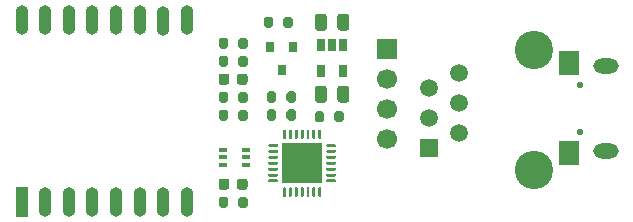
<source format=gts>
G04 #@! TF.GenerationSoftware,KiCad,Pcbnew,(5.1.9-0-10_14)*
G04 #@! TF.CreationDate,2021-05-18T17:10:00+02:00*
G04 #@! TF.ProjectId,P1_wifi,50315f77-6966-4692-9e6b-696361645f70,rev?*
G04 #@! TF.SameCoordinates,Original*
G04 #@! TF.FileFunction,Soldermask,Top*
G04 #@! TF.FilePolarity,Negative*
%FSLAX46Y46*%
G04 Gerber Fmt 4.6, Leading zero omitted, Abs format (unit mm)*
G04 Created by KiCad (PCBNEW (5.1.9-0-10_14)) date 2021-05-18 17:10:00*
%MOMM*%
%LPD*%
G01*
G04 APERTURE LIST*
%ADD10R,3.350000X3.350000*%
%ADD11C,1.700000*%
%ADD12R,1.700000X1.700000*%
%ADD13O,1.100000X2.500000*%
%ADD14R,1.100000X2.500000*%
%ADD15R,0.650000X1.060000*%
%ADD16R,0.650000X0.400000*%
%ADD17R,0.800000X0.900000*%
%ADD18R,1.800000X2.000000*%
%ADD19O,2.150000X1.300000*%
%ADD20C,0.550000*%
%ADD21R,1.520000X1.520000*%
%ADD22C,3.250000*%
%ADD23C,1.520000*%
G04 APERTURE END LIST*
D10*
X32512000Y5334000D03*
G36*
G01*
X34137000Y3221500D02*
X34137000Y2546500D01*
G75*
G02*
X34074500Y2484000I-62500J0D01*
G01*
X33949500Y2484000D01*
G75*
G02*
X33887000Y2546500I0J62500D01*
G01*
X33887000Y3221500D01*
G75*
G02*
X33949500Y3284000I62500J0D01*
G01*
X34074500Y3284000D01*
G75*
G02*
X34137000Y3221500I0J-62500D01*
G01*
G37*
G36*
G01*
X33637000Y3221500D02*
X33637000Y2546500D01*
G75*
G02*
X33574500Y2484000I-62500J0D01*
G01*
X33449500Y2484000D01*
G75*
G02*
X33387000Y2546500I0J62500D01*
G01*
X33387000Y3221500D01*
G75*
G02*
X33449500Y3284000I62500J0D01*
G01*
X33574500Y3284000D01*
G75*
G02*
X33637000Y3221500I0J-62500D01*
G01*
G37*
G36*
G01*
X33137000Y3221500D02*
X33137000Y2546500D01*
G75*
G02*
X33074500Y2484000I-62500J0D01*
G01*
X32949500Y2484000D01*
G75*
G02*
X32887000Y2546500I0J62500D01*
G01*
X32887000Y3221500D01*
G75*
G02*
X32949500Y3284000I62500J0D01*
G01*
X33074500Y3284000D01*
G75*
G02*
X33137000Y3221500I0J-62500D01*
G01*
G37*
G36*
G01*
X32637000Y3221500D02*
X32637000Y2546500D01*
G75*
G02*
X32574500Y2484000I-62500J0D01*
G01*
X32449500Y2484000D01*
G75*
G02*
X32387000Y2546500I0J62500D01*
G01*
X32387000Y3221500D01*
G75*
G02*
X32449500Y3284000I62500J0D01*
G01*
X32574500Y3284000D01*
G75*
G02*
X32637000Y3221500I0J-62500D01*
G01*
G37*
G36*
G01*
X32137000Y3221500D02*
X32137000Y2546500D01*
G75*
G02*
X32074500Y2484000I-62500J0D01*
G01*
X31949500Y2484000D01*
G75*
G02*
X31887000Y2546500I0J62500D01*
G01*
X31887000Y3221500D01*
G75*
G02*
X31949500Y3284000I62500J0D01*
G01*
X32074500Y3284000D01*
G75*
G02*
X32137000Y3221500I0J-62500D01*
G01*
G37*
G36*
G01*
X31637000Y3221500D02*
X31637000Y2546500D01*
G75*
G02*
X31574500Y2484000I-62500J0D01*
G01*
X31449500Y2484000D01*
G75*
G02*
X31387000Y2546500I0J62500D01*
G01*
X31387000Y3221500D01*
G75*
G02*
X31449500Y3284000I62500J0D01*
G01*
X31574500Y3284000D01*
G75*
G02*
X31637000Y3221500I0J-62500D01*
G01*
G37*
G36*
G01*
X31137000Y3221500D02*
X31137000Y2546500D01*
G75*
G02*
X31074500Y2484000I-62500J0D01*
G01*
X30949500Y2484000D01*
G75*
G02*
X30887000Y2546500I0J62500D01*
G01*
X30887000Y3221500D01*
G75*
G02*
X30949500Y3284000I62500J0D01*
G01*
X31074500Y3284000D01*
G75*
G02*
X31137000Y3221500I0J-62500D01*
G01*
G37*
G36*
G01*
X30462000Y3896500D02*
X30462000Y3771500D01*
G75*
G02*
X30399500Y3709000I-62500J0D01*
G01*
X29724500Y3709000D01*
G75*
G02*
X29662000Y3771500I0J62500D01*
G01*
X29662000Y3896500D01*
G75*
G02*
X29724500Y3959000I62500J0D01*
G01*
X30399500Y3959000D01*
G75*
G02*
X30462000Y3896500I0J-62500D01*
G01*
G37*
G36*
G01*
X30462000Y4396500D02*
X30462000Y4271500D01*
G75*
G02*
X30399500Y4209000I-62500J0D01*
G01*
X29724500Y4209000D01*
G75*
G02*
X29662000Y4271500I0J62500D01*
G01*
X29662000Y4396500D01*
G75*
G02*
X29724500Y4459000I62500J0D01*
G01*
X30399500Y4459000D01*
G75*
G02*
X30462000Y4396500I0J-62500D01*
G01*
G37*
G36*
G01*
X30462000Y4896500D02*
X30462000Y4771500D01*
G75*
G02*
X30399500Y4709000I-62500J0D01*
G01*
X29724500Y4709000D01*
G75*
G02*
X29662000Y4771500I0J62500D01*
G01*
X29662000Y4896500D01*
G75*
G02*
X29724500Y4959000I62500J0D01*
G01*
X30399500Y4959000D01*
G75*
G02*
X30462000Y4896500I0J-62500D01*
G01*
G37*
G36*
G01*
X30462000Y5396500D02*
X30462000Y5271500D01*
G75*
G02*
X30399500Y5209000I-62500J0D01*
G01*
X29724500Y5209000D01*
G75*
G02*
X29662000Y5271500I0J62500D01*
G01*
X29662000Y5396500D01*
G75*
G02*
X29724500Y5459000I62500J0D01*
G01*
X30399500Y5459000D01*
G75*
G02*
X30462000Y5396500I0J-62500D01*
G01*
G37*
G36*
G01*
X30462000Y5896500D02*
X30462000Y5771500D01*
G75*
G02*
X30399500Y5709000I-62500J0D01*
G01*
X29724500Y5709000D01*
G75*
G02*
X29662000Y5771500I0J62500D01*
G01*
X29662000Y5896500D01*
G75*
G02*
X29724500Y5959000I62500J0D01*
G01*
X30399500Y5959000D01*
G75*
G02*
X30462000Y5896500I0J-62500D01*
G01*
G37*
G36*
G01*
X30462000Y6396500D02*
X30462000Y6271500D01*
G75*
G02*
X30399500Y6209000I-62500J0D01*
G01*
X29724500Y6209000D01*
G75*
G02*
X29662000Y6271500I0J62500D01*
G01*
X29662000Y6396500D01*
G75*
G02*
X29724500Y6459000I62500J0D01*
G01*
X30399500Y6459000D01*
G75*
G02*
X30462000Y6396500I0J-62500D01*
G01*
G37*
G36*
G01*
X30462000Y6896500D02*
X30462000Y6771500D01*
G75*
G02*
X30399500Y6709000I-62500J0D01*
G01*
X29724500Y6709000D01*
G75*
G02*
X29662000Y6771500I0J62500D01*
G01*
X29662000Y6896500D01*
G75*
G02*
X29724500Y6959000I62500J0D01*
G01*
X30399500Y6959000D01*
G75*
G02*
X30462000Y6896500I0J-62500D01*
G01*
G37*
G36*
G01*
X31137000Y8121500D02*
X31137000Y7446500D01*
G75*
G02*
X31074500Y7384000I-62500J0D01*
G01*
X30949500Y7384000D01*
G75*
G02*
X30887000Y7446500I0J62500D01*
G01*
X30887000Y8121500D01*
G75*
G02*
X30949500Y8184000I62500J0D01*
G01*
X31074500Y8184000D01*
G75*
G02*
X31137000Y8121500I0J-62500D01*
G01*
G37*
G36*
G01*
X31637000Y8121500D02*
X31637000Y7446500D01*
G75*
G02*
X31574500Y7384000I-62500J0D01*
G01*
X31449500Y7384000D01*
G75*
G02*
X31387000Y7446500I0J62500D01*
G01*
X31387000Y8121500D01*
G75*
G02*
X31449500Y8184000I62500J0D01*
G01*
X31574500Y8184000D01*
G75*
G02*
X31637000Y8121500I0J-62500D01*
G01*
G37*
G36*
G01*
X32137000Y8121500D02*
X32137000Y7446500D01*
G75*
G02*
X32074500Y7384000I-62500J0D01*
G01*
X31949500Y7384000D01*
G75*
G02*
X31887000Y7446500I0J62500D01*
G01*
X31887000Y8121500D01*
G75*
G02*
X31949500Y8184000I62500J0D01*
G01*
X32074500Y8184000D01*
G75*
G02*
X32137000Y8121500I0J-62500D01*
G01*
G37*
G36*
G01*
X32637000Y8121500D02*
X32637000Y7446500D01*
G75*
G02*
X32574500Y7384000I-62500J0D01*
G01*
X32449500Y7384000D01*
G75*
G02*
X32387000Y7446500I0J62500D01*
G01*
X32387000Y8121500D01*
G75*
G02*
X32449500Y8184000I62500J0D01*
G01*
X32574500Y8184000D01*
G75*
G02*
X32637000Y8121500I0J-62500D01*
G01*
G37*
G36*
G01*
X33137000Y8121500D02*
X33137000Y7446500D01*
G75*
G02*
X33074500Y7384000I-62500J0D01*
G01*
X32949500Y7384000D01*
G75*
G02*
X32887000Y7446500I0J62500D01*
G01*
X32887000Y8121500D01*
G75*
G02*
X32949500Y8184000I62500J0D01*
G01*
X33074500Y8184000D01*
G75*
G02*
X33137000Y8121500I0J-62500D01*
G01*
G37*
G36*
G01*
X33637000Y8121500D02*
X33637000Y7446500D01*
G75*
G02*
X33574500Y7384000I-62500J0D01*
G01*
X33449500Y7384000D01*
G75*
G02*
X33387000Y7446500I0J62500D01*
G01*
X33387000Y8121500D01*
G75*
G02*
X33449500Y8184000I62500J0D01*
G01*
X33574500Y8184000D01*
G75*
G02*
X33637000Y8121500I0J-62500D01*
G01*
G37*
G36*
G01*
X34137000Y8121500D02*
X34137000Y7446500D01*
G75*
G02*
X34074500Y7384000I-62500J0D01*
G01*
X33949500Y7384000D01*
G75*
G02*
X33887000Y7446500I0J62500D01*
G01*
X33887000Y8121500D01*
G75*
G02*
X33949500Y8184000I62500J0D01*
G01*
X34074500Y8184000D01*
G75*
G02*
X34137000Y8121500I0J-62500D01*
G01*
G37*
G36*
G01*
X35362000Y6896500D02*
X35362000Y6771500D01*
G75*
G02*
X35299500Y6709000I-62500J0D01*
G01*
X34624500Y6709000D01*
G75*
G02*
X34562000Y6771500I0J62500D01*
G01*
X34562000Y6896500D01*
G75*
G02*
X34624500Y6959000I62500J0D01*
G01*
X35299500Y6959000D01*
G75*
G02*
X35362000Y6896500I0J-62500D01*
G01*
G37*
G36*
G01*
X35362000Y6396500D02*
X35362000Y6271500D01*
G75*
G02*
X35299500Y6209000I-62500J0D01*
G01*
X34624500Y6209000D01*
G75*
G02*
X34562000Y6271500I0J62500D01*
G01*
X34562000Y6396500D01*
G75*
G02*
X34624500Y6459000I62500J0D01*
G01*
X35299500Y6459000D01*
G75*
G02*
X35362000Y6396500I0J-62500D01*
G01*
G37*
G36*
G01*
X35362000Y5896500D02*
X35362000Y5771500D01*
G75*
G02*
X35299500Y5709000I-62500J0D01*
G01*
X34624500Y5709000D01*
G75*
G02*
X34562000Y5771500I0J62500D01*
G01*
X34562000Y5896500D01*
G75*
G02*
X34624500Y5959000I62500J0D01*
G01*
X35299500Y5959000D01*
G75*
G02*
X35362000Y5896500I0J-62500D01*
G01*
G37*
G36*
G01*
X35362000Y5396500D02*
X35362000Y5271500D01*
G75*
G02*
X35299500Y5209000I-62500J0D01*
G01*
X34624500Y5209000D01*
G75*
G02*
X34562000Y5271500I0J62500D01*
G01*
X34562000Y5396500D01*
G75*
G02*
X34624500Y5459000I62500J0D01*
G01*
X35299500Y5459000D01*
G75*
G02*
X35362000Y5396500I0J-62500D01*
G01*
G37*
G36*
G01*
X35362000Y4896500D02*
X35362000Y4771500D01*
G75*
G02*
X35299500Y4709000I-62500J0D01*
G01*
X34624500Y4709000D01*
G75*
G02*
X34562000Y4771500I0J62500D01*
G01*
X34562000Y4896500D01*
G75*
G02*
X34624500Y4959000I62500J0D01*
G01*
X35299500Y4959000D01*
G75*
G02*
X35362000Y4896500I0J-62500D01*
G01*
G37*
G36*
G01*
X35362000Y4396500D02*
X35362000Y4271500D01*
G75*
G02*
X35299500Y4209000I-62500J0D01*
G01*
X34624500Y4209000D01*
G75*
G02*
X34562000Y4271500I0J62500D01*
G01*
X34562000Y4396500D01*
G75*
G02*
X34624500Y4459000I62500J0D01*
G01*
X35299500Y4459000D01*
G75*
G02*
X35362000Y4396500I0J-62500D01*
G01*
G37*
G36*
G01*
X35362000Y3896500D02*
X35362000Y3771500D01*
G75*
G02*
X35299500Y3709000I-62500J0D01*
G01*
X34624500Y3709000D01*
G75*
G02*
X34562000Y3771500I0J62500D01*
G01*
X34562000Y3896500D01*
G75*
G02*
X34624500Y3959000I62500J0D01*
G01*
X35299500Y3959000D01*
G75*
G02*
X35362000Y3896500I0J-62500D01*
G01*
G37*
D11*
X39711500Y9937000D03*
X39711500Y12477000D03*
X39711500Y7397000D03*
D12*
X39711500Y15017000D03*
D13*
X8763000Y17494000D03*
X10763000Y17494000D03*
X12763000Y17494000D03*
X14763000Y17494000D03*
X16763000Y17494000D03*
X18763000Y17494000D03*
X20763000Y17394000D03*
X22763000Y17494000D03*
X22763000Y2094000D03*
X20763000Y2094000D03*
X18763000Y2094000D03*
X16763000Y2094000D03*
X14763000Y2094000D03*
X12763000Y2094000D03*
X10763000Y2094000D03*
D14*
X8763000Y2094000D03*
D15*
X36002000Y13124000D03*
X34102000Y13124000D03*
X34102000Y15324000D03*
X35052000Y15324000D03*
X36002000Y15324000D03*
G36*
G01*
X34602000Y11651000D02*
X34602000Y10701000D01*
G75*
G02*
X34352000Y10451000I-250000J0D01*
G01*
X33852000Y10451000D01*
G75*
G02*
X33602000Y10701000I0J250000D01*
G01*
X33602000Y11651000D01*
G75*
G02*
X33852000Y11901000I250000J0D01*
G01*
X34352000Y11901000D01*
G75*
G02*
X34602000Y11651000I0J-250000D01*
G01*
G37*
G36*
G01*
X36502000Y11651000D02*
X36502000Y10701000D01*
G75*
G02*
X36252000Y10451000I-250000J0D01*
G01*
X35752000Y10451000D01*
G75*
G02*
X35502000Y10701000I0J250000D01*
G01*
X35502000Y11651000D01*
G75*
G02*
X35752000Y11901000I250000J0D01*
G01*
X36252000Y11901000D01*
G75*
G02*
X36502000Y11651000I0J-250000D01*
G01*
G37*
G36*
G01*
X34602000Y17747000D02*
X34602000Y16797000D01*
G75*
G02*
X34352000Y16547000I-250000J0D01*
G01*
X33852000Y16547000D01*
G75*
G02*
X33602000Y16797000I0J250000D01*
G01*
X33602000Y17747000D01*
G75*
G02*
X33852000Y17997000I250000J0D01*
G01*
X34352000Y17997000D01*
G75*
G02*
X34602000Y17747000I0J-250000D01*
G01*
G37*
G36*
G01*
X36502000Y17747000D02*
X36502000Y16797000D01*
G75*
G02*
X36252000Y16547000I-250000J0D01*
G01*
X35752000Y16547000D01*
G75*
G02*
X35502000Y16797000I0J250000D01*
G01*
X35502000Y17747000D01*
G75*
G02*
X35752000Y17997000I250000J0D01*
G01*
X36252000Y17997000D01*
G75*
G02*
X36502000Y17747000I0J-250000D01*
G01*
G37*
G36*
G01*
X31184400Y9148400D02*
X31184400Y9698400D01*
G75*
G02*
X31384400Y9898400I200000J0D01*
G01*
X31784400Y9898400D01*
G75*
G02*
X31984400Y9698400I0J-200000D01*
G01*
X31984400Y9148400D01*
G75*
G02*
X31784400Y8948400I-200000J0D01*
G01*
X31384400Y8948400D01*
G75*
G02*
X31184400Y9148400I0J200000D01*
G01*
G37*
G36*
G01*
X29534400Y9148400D02*
X29534400Y9698400D01*
G75*
G02*
X29734400Y9898400I200000J0D01*
G01*
X30134400Y9898400D01*
G75*
G02*
X30334400Y9698400I0J-200000D01*
G01*
X30334400Y9148400D01*
G75*
G02*
X30134400Y8948400I-200000J0D01*
G01*
X29734400Y8948400D01*
G75*
G02*
X29534400Y9148400I0J200000D01*
G01*
G37*
G36*
G01*
X27095000Y15219000D02*
X27095000Y15769000D01*
G75*
G02*
X27295000Y15969000I200000J0D01*
G01*
X27695000Y15969000D01*
G75*
G02*
X27895000Y15769000I0J-200000D01*
G01*
X27895000Y15219000D01*
G75*
G02*
X27695000Y15019000I-200000J0D01*
G01*
X27295000Y15019000D01*
G75*
G02*
X27095000Y15219000I0J200000D01*
G01*
G37*
G36*
G01*
X25445000Y15219000D02*
X25445000Y15769000D01*
G75*
G02*
X25645000Y15969000I200000J0D01*
G01*
X26045000Y15969000D01*
G75*
G02*
X26245000Y15769000I0J-200000D01*
G01*
X26245000Y15219000D01*
G75*
G02*
X26045000Y15019000I-200000J0D01*
G01*
X25645000Y15019000D01*
G75*
G02*
X25445000Y15219000I0J200000D01*
G01*
G37*
G36*
G01*
X27095000Y9123000D02*
X27095000Y9673000D01*
G75*
G02*
X27295000Y9873000I200000J0D01*
G01*
X27695000Y9873000D01*
G75*
G02*
X27895000Y9673000I0J-200000D01*
G01*
X27895000Y9123000D01*
G75*
G02*
X27695000Y8923000I-200000J0D01*
G01*
X27295000Y8923000D01*
G75*
G02*
X27095000Y9123000I0J200000D01*
G01*
G37*
G36*
G01*
X25445000Y9123000D02*
X25445000Y9673000D01*
G75*
G02*
X25645000Y9873000I200000J0D01*
G01*
X26045000Y9873000D01*
G75*
G02*
X26245000Y9673000I0J-200000D01*
G01*
X26245000Y9123000D01*
G75*
G02*
X26045000Y8923000I-200000J0D01*
G01*
X25645000Y8923000D01*
G75*
G02*
X25445000Y9123000I0J200000D01*
G01*
G37*
G36*
G01*
X34373000Y9546000D02*
X34373000Y8996000D01*
G75*
G02*
X34173000Y8796000I-200000J0D01*
G01*
X33773000Y8796000D01*
G75*
G02*
X33573000Y8996000I0J200000D01*
G01*
X33573000Y9546000D01*
G75*
G02*
X33773000Y9746000I200000J0D01*
G01*
X34173000Y9746000D01*
G75*
G02*
X34373000Y9546000I0J-200000D01*
G01*
G37*
G36*
G01*
X36023000Y9546000D02*
X36023000Y8996000D01*
G75*
G02*
X35823000Y8796000I-200000J0D01*
G01*
X35423000Y8796000D01*
G75*
G02*
X35223000Y8996000I0J200000D01*
G01*
X35223000Y9546000D01*
G75*
G02*
X35423000Y9746000I200000J0D01*
G01*
X35823000Y9746000D01*
G75*
G02*
X36023000Y9546000I0J-200000D01*
G01*
G37*
G36*
G01*
X27095000Y13695000D02*
X27095000Y14245000D01*
G75*
G02*
X27295000Y14445000I200000J0D01*
G01*
X27695000Y14445000D01*
G75*
G02*
X27895000Y14245000I0J-200000D01*
G01*
X27895000Y13695000D01*
G75*
G02*
X27695000Y13495000I-200000J0D01*
G01*
X27295000Y13495000D01*
G75*
G02*
X27095000Y13695000I0J200000D01*
G01*
G37*
G36*
G01*
X25445000Y13695000D02*
X25445000Y14245000D01*
G75*
G02*
X25645000Y14445000I200000J0D01*
G01*
X26045000Y14445000D01*
G75*
G02*
X26245000Y14245000I0J-200000D01*
G01*
X26245000Y13695000D01*
G75*
G02*
X26045000Y13495000I-200000J0D01*
G01*
X25645000Y13495000D01*
G75*
G02*
X25445000Y13695000I0J200000D01*
G01*
G37*
G36*
G01*
X30334400Y11222400D02*
X30334400Y10672400D01*
G75*
G02*
X30134400Y10472400I-200000J0D01*
G01*
X29734400Y10472400D01*
G75*
G02*
X29534400Y10672400I0J200000D01*
G01*
X29534400Y11222400D01*
G75*
G02*
X29734400Y11422400I200000J0D01*
G01*
X30134400Y11422400D01*
G75*
G02*
X30334400Y11222400I0J-200000D01*
G01*
G37*
G36*
G01*
X31984400Y11222400D02*
X31984400Y10672400D01*
G75*
G02*
X31784400Y10472400I-200000J0D01*
G01*
X31384400Y10472400D01*
G75*
G02*
X31184400Y10672400I0J200000D01*
G01*
X31184400Y11222400D01*
G75*
G02*
X31384400Y11422400I200000J0D01*
G01*
X31784400Y11422400D01*
G75*
G02*
X31984400Y11222400I0J-200000D01*
G01*
G37*
G36*
G01*
X27094500Y1757000D02*
X27094500Y2307000D01*
G75*
G02*
X27294500Y2507000I200000J0D01*
G01*
X27694500Y2507000D01*
G75*
G02*
X27894500Y2307000I0J-200000D01*
G01*
X27894500Y1757000D01*
G75*
G02*
X27694500Y1557000I-200000J0D01*
G01*
X27294500Y1557000D01*
G75*
G02*
X27094500Y1757000I0J200000D01*
G01*
G37*
G36*
G01*
X25444500Y1757000D02*
X25444500Y2307000D01*
G75*
G02*
X25644500Y2507000I200000J0D01*
G01*
X26044500Y2507000D01*
G75*
G02*
X26244500Y2307000I0J-200000D01*
G01*
X26244500Y1757000D01*
G75*
G02*
X26044500Y1557000I-200000J0D01*
G01*
X25644500Y1557000D01*
G75*
G02*
X25444500Y1757000I0J200000D01*
G01*
G37*
G36*
G01*
X27095000Y10647000D02*
X27095000Y11197000D01*
G75*
G02*
X27295000Y11397000I200000J0D01*
G01*
X27695000Y11397000D01*
G75*
G02*
X27895000Y11197000I0J-200000D01*
G01*
X27895000Y10647000D01*
G75*
G02*
X27695000Y10447000I-200000J0D01*
G01*
X27295000Y10447000D01*
G75*
G02*
X27095000Y10647000I0J200000D01*
G01*
G37*
G36*
G01*
X25445000Y10647000D02*
X25445000Y11197000D01*
G75*
G02*
X25645000Y11397000I200000J0D01*
G01*
X26045000Y11397000D01*
G75*
G02*
X26245000Y11197000I0J-200000D01*
G01*
X26245000Y10647000D01*
G75*
G02*
X26045000Y10447000I-200000J0D01*
G01*
X25645000Y10447000D01*
G75*
G02*
X25445000Y10647000I0J200000D01*
G01*
G37*
G36*
G01*
X30055000Y17547000D02*
X30055000Y16997000D01*
G75*
G02*
X29855000Y16797000I-200000J0D01*
G01*
X29455000Y16797000D01*
G75*
G02*
X29255000Y16997000I0J200000D01*
G01*
X29255000Y17547000D01*
G75*
G02*
X29455000Y17747000I200000J0D01*
G01*
X29855000Y17747000D01*
G75*
G02*
X30055000Y17547000I0J-200000D01*
G01*
G37*
G36*
G01*
X31705000Y17547000D02*
X31705000Y16997000D01*
G75*
G02*
X31505000Y16797000I-200000J0D01*
G01*
X31105000Y16797000D01*
G75*
G02*
X30905000Y16997000I0J200000D01*
G01*
X30905000Y17547000D01*
G75*
G02*
X31105000Y17747000I200000J0D01*
G01*
X31505000Y17747000D01*
G75*
G02*
X31705000Y17547000I0J-200000D01*
G01*
G37*
D16*
X25847000Y5192000D03*
X25847000Y6492000D03*
X27747000Y5842000D03*
X25847000Y5842000D03*
X27747000Y6492000D03*
X27747000Y5192000D03*
D17*
X30784800Y13198600D03*
X29834800Y15198600D03*
X31734800Y15198600D03*
D18*
X55069500Y13800000D03*
D19*
X58229500Y13600000D03*
D18*
X55069500Y6200000D03*
D19*
X58229500Y6400000D03*
D20*
X56079500Y12000000D03*
X56079500Y8000000D03*
G36*
G01*
X26995000Y12196000D02*
X26995000Y12696000D01*
G75*
G02*
X27220000Y12921000I225000J0D01*
G01*
X27670000Y12921000D01*
G75*
G02*
X27895000Y12696000I0J-225000D01*
G01*
X27895000Y12196000D01*
G75*
G02*
X27670000Y11971000I-225000J0D01*
G01*
X27220000Y11971000D01*
G75*
G02*
X26995000Y12196000I0J225000D01*
G01*
G37*
G36*
G01*
X25445000Y12196000D02*
X25445000Y12696000D01*
G75*
G02*
X25670000Y12921000I225000J0D01*
G01*
X26120000Y12921000D01*
G75*
G02*
X26345000Y12696000I0J-225000D01*
G01*
X26345000Y12196000D01*
G75*
G02*
X26120000Y11971000I-225000J0D01*
G01*
X25670000Y11971000D01*
G75*
G02*
X25445000Y12196000I0J225000D01*
G01*
G37*
G36*
G01*
X26995000Y3306000D02*
X26995000Y3806000D01*
G75*
G02*
X27220000Y4031000I225000J0D01*
G01*
X27670000Y4031000D01*
G75*
G02*
X27895000Y3806000I0J-225000D01*
G01*
X27895000Y3306000D01*
G75*
G02*
X27670000Y3081000I-225000J0D01*
G01*
X27220000Y3081000D01*
G75*
G02*
X26995000Y3306000I0J225000D01*
G01*
G37*
G36*
G01*
X25445000Y3306000D02*
X25445000Y3806000D01*
G75*
G02*
X25670000Y4031000I225000J0D01*
G01*
X26120000Y4031000D01*
G75*
G02*
X26345000Y3806000I0J-225000D01*
G01*
X26345000Y3306000D01*
G75*
G02*
X26120000Y3081000I-225000J0D01*
G01*
X25670000Y3081000D01*
G75*
G02*
X25445000Y3306000I0J225000D01*
G01*
G37*
D21*
X43243500Y6667500D03*
D22*
X52133500Y4757500D03*
D23*
X45783500Y7937500D03*
X43243500Y9207500D03*
X45783500Y10477500D03*
X43243500Y11747500D03*
X45783500Y13017500D03*
D22*
X52133500Y14917500D03*
M02*

</source>
